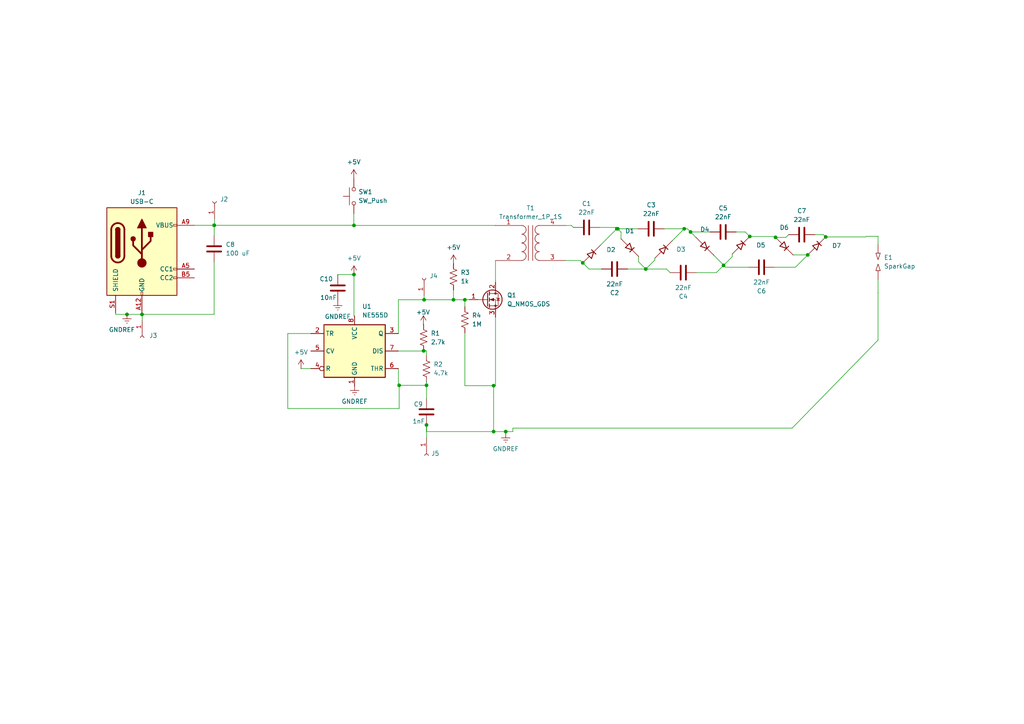
<source format=kicad_sch>
(kicad_sch (version 20231120) (generator "eeschema") (generator_version "8.0")
  (paper "A4")
  (lib_symbols
    (symbol "Connector:Conn_01x01_Socket" (pin_names (offset 1.016) hide)
      (property "Reference" "J" (at 0 2.54 0))
      (property "Value" "Conn_01x01_Socket" (at 0 -2.54 0))
      (symbol "Conn_01x01_Socket_1_1"
        (polyline (pts (xy -1.27 0) (xy -0.508 0)) (stroke (width 0.1524)))
        (arc (start 0 0.508) (mid -0.5058 0) (end 0 -0.508) (stroke (width 0.1524)))
        (pin passive line (at -5.08 0 0) (length 3.81) (name "Pin_1") (number "1"))
      )
    )
    (symbol "Connector:USB_C_Receptacle_PowerOnly_6P" (pin_names (offset 1.016))
      (property "Reference" "J" (at 0 16.51 0))
      (property "Value" "USB_C_Receptacle_PowerOnly_6P" (at 0 13.97 0))
      (symbol "USB_C_Receptacle_PowerOnly_6P_0_0"
        (rectangle (start -0.254 -12.7) (end 0.254 -11.684))
        (rectangle (start 10.16 -7.366) (end 9.144 -7.874))
        (rectangle (start 10.16 -4.826) (end 9.144 -5.334))
        (rectangle (start 10.16 7.874) (end 9.144 7.366))
      )
      (symbol "USB_C_Receptacle_PowerOnly_6P_0_1"
        (rectangle (start -10.16 12.7) (end 10.16 -12.7) (stroke (width 0.254)) (fill (type background)))
        (arc (start -8.89 -1.27) (mid -6.985 -3.1667) (end -5.08 -1.27) (stroke (width 0.508)))
        (arc (start -7.62 -1.27) (mid -6.985 -1.9023) (end -6.35 -1.27) (stroke (width 0.254)))
        (arc (start -7.62 -1.27) (mid -6.985 -1.9023) (end -6.35 -1.27) (stroke (width 0.254)) (fill (type outline)))
        (rectangle (start -7.62 -1.27) (end -6.35 6.35) (stroke (width 0.254)) (fill (type outline)))
        (arc (start -6.35 6.35) (mid -6.985 6.9823) (end -7.62 6.35) (stroke (width 0.254)))
        (arc (start -6.35 6.35) (mid -6.985 6.9823) (end -7.62 6.35) (stroke (width 0.254)) (fill (type outline)))
        (arc (start -5.08 6.35) (mid -6.985 8.2467) (end -8.89 6.35) (stroke (width 0.508)))
        (circle (center -2.54 3.683) (radius 0.635) (stroke (width 0.254)) (fill (type outline)))
        (circle (center 0 -3.302) (radius 1.27) (fill (type outline)))
        (polyline (pts (xy -8.89 -1.27) (xy -8.89 6.35)) (stroke (width 0.508)))
        (polyline (pts (xy -5.08 6.35) (xy -5.08 -1.27)) (stroke (width 0.508)))
        (polyline (pts (xy 0 -3.302) (xy 0 6.858)) (stroke (width 0.508)))
        (polyline (pts (xy 0 -0.762) (xy -2.54 1.778) (xy -2.54 3.048)) (stroke (width 0.508)))
        (polyline (pts (xy 0 0.508) (xy 2.54 3.048) (xy 2.54 4.318)) (stroke (width 0.508)))
        (polyline (pts (xy -1.27 6.858) (xy 0 9.398) (xy 1.27 6.858) (xy -1.27 6.858)) (stroke (width 0.254)) (fill (type outline)))
        (rectangle (start 1.905 4.318) (end 3.175 5.588) (stroke (width 0.254)) (fill (type outline)))
      )
      (symbol "USB_C_Receptacle_PowerOnly_6P_1_1"
        (pin passive line (at 0 -17.78 90) (length 5.08) (name "GND") (number "A12"))
        (pin bidirectional line (at 15.24 -5.08 180) (length 5.08) (name "CC1") (number "A5"))
        (pin passive line (at 15.24 7.62 180) (length 5.08) (name "VBUS") (number "A9"))
        (pin passive line (at 0 -17.78 90) (length 5.08) hide (name "GND") (number "B12"))
        (pin bidirectional line (at 15.24 -7.62 180) (length 5.08) (name "CC2") (number "B5"))
        (pin passive line (at 15.24 7.62 180) (length 5.08) hide (name "VBUS") (number "B9"))
        (pin passive line (at -7.62 -17.78 90) (length 5.08) (name "SHIELD") (number "S1"))
      )
    )
    (symbol "Device:C" (pin_numbers hide) (pin_names (offset 0.254))
      (property "Reference" "C" (at 0.635 2.54 0))
      (property "Value" "C" (at 0.635 -2.54 0))
      (symbol "C_0_1"
        (polyline (pts (xy -2.032 -0.762) (xy 2.032 -0.762)) (stroke (width 0.508)))
        (polyline (pts (xy -2.032 0.762) (xy 2.032 0.762)) (stroke (width 0.508)))
      )
      (symbol "C_1_1"
        (pin passive line (at 0 3.81 270) (length 2.794) (name "~") (number "1"))
        (pin passive line (at 0 -3.81 90) (length 2.794) (name "~") (number "2"))
      )
    )
    (symbol "Device:D_45deg" (pin_numbers hide) (pin_names (offset 0) hide)
      (property "Reference" "D" (at 1.27 2.54 0))
      (property "Value" "D_45deg" (at 1.27 0 0))
      (symbol "D_45deg_0_1"
        (polyline (pts (xy -0.635 0.635) (xy -2.54 2.54)))
        (polyline (pts (xy 0 -1.27) (xy 1.27 0)) (stroke (width 0.254)))
        (polyline (pts (xy 2.54 -2.54) (xy 0.635 -0.635)))
        (polyline (pts (xy -1.27 0) (xy 0 1.27) (xy 0.635 -0.635) (xy -1.27 0)) (stroke (width 0.254)))
      )
      (symbol "D_45deg_1_1"
        (pin passive line (at 2.54 -2.54 180) (length 0) (name "K") (number "1"))
        (pin passive line (at -2.54 2.54 0) (length 0) (name "A") (number "2"))
      )
    )
    (symbol "Device:Q_NMOS_GDS" (pin_names (offset 0) hide)
      (property "Reference" "Q" (at 5.08 1.27 0))
      (property "Value" "Q_NMOS_GDS" (at 5.08 -1.27 0))
      (symbol "Q_NMOS_GDS_0_1"
        (polyline (pts (xy 0.254 0) (xy -2.54 0)))
        (polyline (pts (xy 0.254 1.905) (xy 0.254 -1.905)) (stroke (width 0.254)))
        (polyline (pts (xy 0.762 -1.27) (xy 0.762 -2.286)) (stroke (width 0.254)))
        (polyline (pts (xy 0.762 0.508) (xy 0.762 -0.508)) (stroke (width 0.254)))
        (polyline (pts (xy 0.762 2.286) (xy 0.762 1.27)) (stroke (width 0.254)))
        (polyline (pts (xy 2.54 2.54) (xy 2.54 1.778)))
        (polyline (pts (xy 2.54 -2.54) (xy 2.54 0) (xy 0.762 0)))
        (polyline (pts (xy 0.762 -1.778) (xy 3.302 -1.778) (xy 3.302 1.778) (xy 0.762 1.778)))
        (polyline (pts (xy 1.016 0) (xy 2.032 0.381) (xy 2.032 -0.381) (xy 1.016 0)) (fill (type outline)))
        (polyline (pts (xy 2.794 0.508) (xy 2.921 0.381) (xy 3.683 0.381) (xy 3.81 0.254)))
        (polyline (pts (xy 3.302 0.381) (xy 2.921 -0.254) (xy 3.683 -0.254) (xy 3.302 0.381)))
        (circle (center 1.651 0) (radius 2.794) (stroke (width 0.254)))
        (circle (center 2.54 -1.778) (radius 0.254) (fill (type outline)))
        (circle (center 2.54 1.778) (radius 0.254) (fill (type outline)))
      )
      (symbol "Q_NMOS_GDS_1_1"
        (pin input line (at -5.08 0 0) (length 2.54) (name "G") (number "1"))
        (pin passive line (at 2.54 5.08 270) (length 2.54) (name "D") (number "2"))
        (pin passive line (at 2.54 -5.08 90) (length 2.54) (name "S") (number "3"))
      )
    )
    (symbol "Device:R_US" (pin_numbers hide) (pin_names (offset 0))
      (property "Reference" "R" (at 2.54 0 90))
      (property "Value" "R_US" (at -2.54 0 90))
      (symbol "R_US_0_1"
        (polyline (pts (xy 0 -2.286) (xy 0 -2.54)))
        (polyline (pts (xy 0 2.286) (xy 0 2.54)))
        (polyline (pts (xy 0 -0.762) (xy 1.016 -1.143) (xy 0 -1.524) (xy -1.016 -1.905) (xy 0 -2.286)))
        (polyline (pts (xy 0 0.762) (xy 1.016 0.381) (xy 0 0) (xy -1.016 -0.381) (xy 0 -0.762)))
        (polyline (pts (xy 0 2.286) (xy 1.016 1.905) (xy 0 1.524) (xy -1.016 1.143) (xy 0 0.762)))
      )
      (symbol "R_US_1_1"
        (pin passive line (at 0 3.81 270) (length 1.27) (name "~") (number "1"))
        (pin passive line (at 0 -3.81 90) (length 1.27) (name "~") (number "2"))
      )
    )
    (symbol "Device:SparkGap" (pin_numbers hide) (pin_names (offset 0))
      (property "Reference" "E" (at 0 2.032 0))
      (property "Value" "SparkGap" (at 0 -1.905 0))
      (symbol "SparkGap_0_1"
        (polyline (pts (xy -2.54 0.635) (xy -2.54 -0.635) (xy -0.635 0) (xy -2.54 0.635)))
        (polyline (pts (xy 2.54 0.635) (xy 2.54 -0.635) (xy 0.635 0) (xy 2.54 0.635)))
      )
      (symbol "SparkGap_1_1"
        (pin passive line (at -5.08 0 0) (length 2.54) (name "~") (number "1"))
        (pin passive line (at 5.08 0 180) (length 2.54) (name "~") (number "2"))
      )
    )
    (symbol "Device:Transformer_1P_1S" (pin_names (offset 1.016) hide)
      (property "Reference" "T" (at 0 6.35 0))
      (property "Value" "Transformer_1P_1S" (at 0 -7.62 0))
      (symbol "Transformer_1P_1S_0_1"
        (arc (start -2.54 -5.0546) (mid -1.6599 -4.6901) (end -1.27 -3.81))
        (arc (start -2.54 -2.5146) (mid -1.6599 -2.1501) (end -1.27 -1.27))
        (arc (start -2.54 0.0254) (mid -1.6599 0.3899) (end -1.27 1.27))
        (arc (start -2.54 2.5654) (mid -1.6599 2.9299) (end -1.27 3.81))
        (arc (start -1.27 -3.81) (mid -1.642 -2.912) (end -2.54 -2.54))
        (arc (start -1.27 -1.27) (mid -1.642 -0.372) (end -2.54 0))
        (arc (start -1.27 1.27) (mid -1.642 2.168) (end -2.54 2.54))
        (arc (start -1.27 3.81) (mid -1.642 4.708) (end -2.54 5.08))
        (polyline (pts (xy -0.635 5.08) (xy -0.635 -5.08)))
        (polyline (pts (xy 0.635 -5.08) (xy 0.635 5.08)))
        (arc (start 1.2954 -1.27) (mid 1.6599 -2.1501) (end 2.54 -2.5146))
        (arc (start 1.2954 1.27) (mid 1.6599 0.3899) (end 2.54 0.0254))
        (arc (start 1.2954 3.81) (mid 1.6599 2.9299) (end 2.54 2.5654))
        (arc (start 1.3208 -3.81) (mid 1.6853 -4.6901) (end 2.5654 -5.0546))
        (arc (start 2.54 0) (mid 1.642 -0.372) (end 1.2954 -1.27))
        (arc (start 2.54 2.54) (mid 1.642 2.168) (end 1.2954 1.27))
        (arc (start 2.54 5.08) (mid 1.642 4.708) (end 1.2954 3.81))
        (arc (start 2.5654 -2.54) (mid 1.6674 -2.912) (end 1.3208 -3.81))
      )
      (symbol "Transformer_1P_1S_1_1"
        (pin passive line (at -10.16 5.08 0) (length 7.62) (name "AA") (number "1"))
        (pin passive line (at -10.16 -5.08 0) (length 7.62) (name "AB") (number "2"))
        (pin passive line (at 10.16 -5.08 180) (length 7.62) (name "SA") (number "3"))
        (pin passive line (at 10.16 5.08 180) (length 7.62) (name "SB") (number "4"))
      )
    )
    (symbol "Switch:SW_Push" (pin_numbers hide) (pin_names (offset 1.016) hide)
      (property "Reference" "SW" (at 1.27 2.54 0))
      (property "Value" "SW_Push" (at 0 -1.524 0))
      (symbol "SW_Push_0_1"
        (circle (center -2.032 0) (radius 0.508))
        (polyline (pts (xy 0 1.27) (xy 0 3.048)))
        (polyline (pts (xy 2.54 1.27) (xy -2.54 1.27)))
        (circle (center 2.032 0) (radius 0.508))
        (pin passive line (at -5.08 0 0) (length 2.54) (name "1") (number "1"))
        (pin passive line (at 5.08 0 180) (length 2.54) (name "2") (number "2"))
      )
    )
    (symbol "Timer:NE555D"
      (property "Reference" "U" (at -10.16 8.89 0))
      (property "Value" "NE555D" (at 2.54 8.89 0))
      (symbol "NE555D_0_0"
        (pin power_in line (at 0 -10.16 90) (length 2.54) (name "GND") (number "1"))
        (pin power_in line (at 0 10.16 270) (length 2.54) (name "VCC") (number "8"))
      )
      (symbol "NE555D_0_1"
        (rectangle (start -8.89 -7.62) (end 8.89 7.62) (stroke (width 0.254)) (fill (type background)))
        (rectangle (start -8.89 -7.62) (end 8.89 7.62) (stroke (width 0.254)) (fill (type background)))
      )
      (symbol "NE555D_1_1"
        (pin input line (at -12.7 5.08 0) (length 3.81) (name "TR") (number "2"))
        (pin output line (at 12.7 5.08 180) (length 3.81) (name "Q") (number "3"))
        (pin input inverted (at -12.7 -5.08 0) (length 3.81) (name "R") (number "4"))
        (pin input line (at -12.7 0 0) (length 3.81) (name "CV") (number "5"))
        (pin input line (at 12.7 -5.08 180) (length 3.81) (name "THR") (number "6"))
        (pin input line (at 12.7 0 180) (length 3.81) (name "DIS") (number "7"))
      )
    )
    (symbol "power:+5V" (power) (pin_numbers hide) (pin_names (offset 0) hide)
      (property "Value" "+5V" (at 0 3.556 0))
      (symbol "+5V_0_1"
        (polyline (pts (xy -0.762 1.27) (xy 0 2.54)))
        (polyline (pts (xy 0 0) (xy 0 2.54)))
        (polyline (pts (xy 0 2.54) (xy 0.762 1.27)))
      )
      (symbol "+5V_1_1"
        (pin power_in line (at 0 0 90) (length 0) (name "~") (number "1"))
      )
    )
    (symbol "power:GNDREF" (power) (pin_numbers hide) (pin_names (offset 0) hide)
      (property "Value" "GNDREF" (at 0 -3.81 0))
      (symbol "GNDREF_0_1"
        (polyline (pts (xy -0.635 -1.905) (xy 0.635 -1.905)))
        (polyline (pts (xy -0.127 -2.54) (xy 0.127 -2.54)))
        (polyline (pts (xy 0 -1.27) (xy 0 0)))
        (polyline (pts (xy 1.27 -1.27) (xy -1.27 -1.27)))
      )
      (symbol "GNDREF_1_1"
        (pin power_in line (at 0 0 270) (length 0) (name "~") (number "1"))
      )
    )
  )
  (junction (at 131.5222 86.9475))
  (junction (at 143.1618 111.8627))
  (junction (at 123.0128 86.9475))
  (junction (at 209.8561 76.9819))
  (junction (at 239.4905 68.721))
  (junction (at 41.1894 91.1839))
  (junction (at 146.6869 125.1764))
  (junction (at 217.4614 68.5899))
  (junction (at 102.6637 65.3844))
  (junction (at 169.0274 76.2438))
  (junction (at 200.2838 67.2786))
  (junction (at 234.2793 73.9322))
  (junction (at 224.9355 68.8522))
  (junction (at 178.9104 66.3608))
  (junction (at 143.1618 125.1764))
  (junction (at 102.6637 79.6341))
  (junction (at 179.1727 66.3608))
  (junction (at 122.8734 101.7653))
  (junction (at 123.7035 111.7592))
  (junction (at 62.1265 65.3395))
  (junction (at 62.1265 65.3375))
  (junction (at 123.7035 123.2571))
  (junction (at 134.8295 86.9475))
  (junction (at 198.4481 66.3608))
  (junction (at 115.7748 111.7592))
  (junction (at 187.3025 78.0309))
  (junction (at 36.8288 91.1839))
  (wire (pts (xy 102.6154 51.725) (xy 102.6154 51.8439)))
  (wire (pts (xy 143.7215 111.8627) (xy 143.1618 111.8627)))
  (wire (pts (xy 123.0128 85.7488) (xy 123.0128 86.9475)))
  (wire (pts (xy 180.1245 69.2794) (xy 180.1245 67.3126)))
  (wire (pts (xy 123.7135 127.0713) (xy 123.7135 123.2571)))
  (wire (pts (xy 33.536 90.7375) (xy 33.536 91.1839)))
  (wire (pts (xy 134.8387 86.903) (xy 134.8387 86.9475)))
  (wire (pts (xy 123.6911 101.7653) (xy 122.8734 101.7653)))
  (wire (pts (xy 254.6726 68.5428) (xy 254.6726 70.8777)))
  (wire (pts (xy 123.6911 103.138) (xy 123.6911 101.7653)))
  (wire (pts (xy 83.4668 118.4844) (xy 115.7748 118.4844)))
  (wire (pts (xy 102.6637 65.3375) (xy 102.6637 65.3844)))
  (wire (pts (xy 122.8734 101.8181) (xy 122.8734 101.7653)))
  (wire (pts (xy 174.4448 78.0309) (xy 170.8145 78.0309)))
  (wire (pts (xy 209.8561 76.8509) (xy 206.9713 73.9661)))
  (wire (pts (xy 143.1618 125.1764) (xy 146.6869 125.1764)))
  (wire (pts (xy 41.241 92.8803) (xy 41.241 91.0965)))
  (wire (pts (xy 134.8295 86.9475) (xy 134.8295 88.9317)))
  (wire (pts (xy 134.8295 96.5517) (xy 134.8295 111.8627)))
  (wire (pts (xy 173.935 65.9674) (xy 178.517 65.9674)))
  (wire (pts (xy 251.2623 68.5428) (xy 254.6726 68.5428)))
  (wire (pts (xy 143.7126 75.5599) (xy 143.7126 81.2722)))
  (wire (pts (xy 33.536 91.1839) (xy 36.8288 91.1839)))
  (wire (pts (xy 178.9104 66.3608) (xy 179.1727 66.3608)))
  (wire (pts (xy 146.6869 125.7307) (xy 146.6869 125.1764)))
  (wire (pts (xy 102.6154 51.8439) (xy 102.6208 51.8439)))
  (wire (pts (xy 187.3025 78.0309) (xy 193.3269 78.0309)))
  (wire (pts (xy 134.8387 86.903) (xy 136.1015 86.903)))
  (wire (pts (xy 97.9713 79.6341) (xy 97.9713 79.7359)))
  (wire (pts (xy 238.8349 68.0654) (xy 239.4905 68.721)))
  (wire (pts (xy 143.7215 91.983) (xy 143.7215 111.8627)))
  (wire (pts (xy 189.925 75.4084) (xy 187.3025 78.0309)))
  (wire (pts (xy 209.8561 76.8509) (xy 209.8561 76.9819)))
  (wire (pts (xy 123.6911 110.758) (xy 123.6911 110.8172)))
  (wire (pts (xy 164.0326 75.5599) (xy 168.3435 75.5599)))
  (wire (pts (xy 62.104 68.3769) (xy 62.1265 68.3769)))
  (wire (pts (xy 148.7544 125.1764) (xy 146.6869 125.1764)))
  (wire (pts (xy 143.2728 111.9247) (xy 143.1618 111.9247)))
  (wire (pts (xy 134.8295 111.8627) (xy 143.1618 111.8627)))
  (wire (pts (xy 193.3269 78.0309) (xy 194.3759 79.0799)))
  (wire (pts (xy 199.366 66.3608) (xy 200.2838 67.2786)))
  (wire (pts (xy 62.23 63.5) (xy 62.23 65.3395)))
  (wire (pts (xy 195.005 69.8039) (xy 198.4481 66.3608)))
  (wire (pts (xy 148.7544 124.1736) (xy 148.7544 125.1764)))
  (wire (pts (xy 210.3806 77.5064) (xy 209.8561 76.9819)))
  (wire (pts (xy 168.3435 75.5599) (xy 169.0274 76.2438)))
  (wire (pts (xy 213.5423 67.2786) (xy 216.1501 67.2786)))
  (wire (pts (xy 122.8734 94.1453) (xy 122.8129 94.1453)))
  (wire (pts (xy 123.6911 110.8172) (xy 123.7035 110.8172)))
  (wire (pts (xy 115.7748 111.7592) (xy 123.7035 111.7592)))
  (wire (pts (xy 115.5473 86.9475) (xy 123.0128 86.9475)))
  (wire (pts (xy 180.1245 67.3126) (xy 179.1727 66.3608)))
  (wire (pts (xy 178.517 65.9674) (xy 178.9104 66.3608)))
  (wire (pts (xy 41.1894 91.1839) (xy 62.104 91.1839)))
  (wire (pts (xy 179.1727 66.3608) (xy 185.066 66.3608)))
  (wire (pts (xy 224.6732 68.5899) (xy 224.9355 68.8522)))
  (wire (pts (xy 115.5473 101.8181) (xy 122.8734 101.8181)))
  (wire (pts (xy 254.665 84.9545) (xy 254.665 98.636)))
  (wire (pts (xy 102.6208 65.3844) (xy 102.6637 65.3844)))
  (wire (pts (xy 134.8295 86.9475) (xy 134.8387 86.9475)))
  (wire (pts (xy 36.8288 91.1839) (xy 41.1894 91.1839)))
  (wire (pts (xy 123.7135 123.2571) (xy 123.7035 123.2571)))
  (wire (pts (xy 123.7035 125.1764) (xy 143.1618 125.1764)))
  (wire (pts (xy 41.1894 90.7375) (xy 41.1894 91.1839)))
  (wire (pts (xy 123.7035 110.8172) (xy 123.7035 111.7592)))
  (wire (pts (xy 62.104 75.9969) (xy 62.104 91.1839)))
  (wire (pts (xy 189.925 74.8839) (xy 189.925 75.4084)))
  (wire (pts (xy 217.4614 68.5899) (xy 224.6732 68.5899)))
  (wire (pts (xy 102.6637 79.6341) (xy 102.6637 91.6581)))
  (wire (pts (xy 230.0155 73.9322) (xy 234.2793 73.9322)))
  (wire (pts (xy 143.7126 81.2722) (xy 143.7215 81.823)))
  (wire (pts (xy 97.9713 79.7359) (xy 97.9701 79.7359)))
  (wire (pts (xy 185.2045 74.3594) (xy 185.2045 75.9329)))
  (wire (pts (xy 62.23 65.3395) (xy 62.1265 65.3395)))
  (wire (pts (xy 230.7051 77.5064) (xy 234.2793 73.9322)))
  (wire (pts (xy 41.1894 91.0965) (xy 41.241 91.0965)))
  (wire (pts (xy 97.9713 79.6341) (xy 102.6637 79.6341)))
  (wire (pts (xy 90.1473 96.7381) (xy 83.4668 96.7381)))
  (wire (pts (xy 229.7623 124.1736) (xy 254.665 98.636)))
  (wire (pts (xy 131.5222 86.9475) (xy 134.8295 86.9475)))
  (wire (pts (xy 148.7544 124.1736) (xy 229.7623 124.1736)))
  (wire (pts (xy 224.9355 68.8522) (xy 227.944 68.8522)))
  (wire (pts (xy 131.5222 84.1157) (xy 131.5222 86.9475)))
  (wire (pts (xy 236.3508 68.0654) (xy 238.8349 68.0654)))
  (wire (pts (xy 62.1265 65.3395) (xy 62.1265 65.3375)))
  (wire (pts (xy 216.1501 67.2786) (xy 217.4614 68.5899)))
  (wire (pts (xy 115.5473 106.8981) (xy 115.5473 111.7592)))
  (wire (pts (xy 251.0841 68.721) (xy 251.2623 68.5428)))
  (wire (pts (xy 217.0606 77.5064) (xy 210.3806 77.5064)))
  (wire (pts (xy 212.3814 74.4566) (xy 209.8561 76.9819)))
  (wire (pts (xy 143.7126 65.3999) (xy 143.7126 65.3844)))
  (wire (pts (xy 205.9223 67.2786) (xy 200.2838 67.2786)))
  (wire (pts (xy 182.0648 78.0309) (xy 187.3025 78.0309)))
  (wire (pts (xy 115.5473 111.7592) (xy 115.7748 111.7592)))
  (wire (pts (xy 192.686 66.3608) (xy 198.4481 66.3608)))
  (wire (pts (xy 87.3086 106.8981) (xy 90.1473 106.8981)))
  (wire (pts (xy 212.3814 73.6699) (xy 212.3814 74.4566)))
  (wire (pts (xy 83.4668 96.7381) (xy 83.4668 118.4844)))
  (wire (pts (xy 102.6637 65.3844) (xy 143.7126 65.3844)))
  (wire (pts (xy 115.5473 96.7381) (xy 115.5473 86.9475)))
  (wire (pts (xy 102.6637 91.6581) (xy 102.8473 91.6581)))
  (wire (pts (xy 123.7035 123.2571) (xy 123.7035 125.1764)))
  (wire (pts (xy 62.1265 65.3375) (xy 102.6637 65.3375)))
  (wire (pts (xy 143.1618 111.8627) (xy 143.1618 125.1764)))
  (wire (pts (xy 239.4905 68.721) (xy 251.0841 68.721)))
  (wire (pts (xy 115.7748 118.4844) (xy 115.7748 111.7592)))
  (wire (pts (xy 185.2045 75.9329) (xy 187.3025 78.0309)))
  (wire (pts (xy 227.944 68.8522) (xy 228.7308 68.0654)))
  (wire (pts (xy 123.7035 111.7592) (xy 123.7035 115.6371)))
  (wire (pts (xy 169.0274 76.2438) (xy 170.8145 78.0309)))
  (wire (pts (xy 41.1894 90.7375) (xy 41.156 90.7375)))
  (wire (pts (xy 207.7581 79.0799) (xy 209.8561 76.9819)))
  (wire (pts (xy 123.0128 86.9475) (xy 131.5222 86.9475)))
  (wire (pts (xy 164.0326 65.3999) (xy 165.7475 65.3999)))
  (wire (pts (xy 234.2793 73.9322) (xy 234.4105 73.801)))
  (wire (pts (xy 201.9959 79.0799) (xy 207.7581 79.0799)))
  (wire (pts (xy 224.6806 77.5064) (xy 230.7051 77.5064)))
  (wire (pts (xy 102.6208 65.3844) (xy 102.6208 62.0039)))
  (wire (pts (xy 174.1074 71.1638) (xy 178.9104 66.3608)))
  (wire (pts (xy 165.7475 65.3999) (xy 166.315 65.9674)))
  (wire (pts (xy 198.4481 66.3608) (xy 199.366 66.3608)))
  (wire (pts (xy 254.6726 81.0377) (xy 254.6726 84.9545)))
  (wire (pts (xy 200.2838 67.2786) (xy 201.8913 68.8861)))
  (wire (pts (xy 56.396 65.3375) (xy 62.1265 65.3375)))
  (wire (pts (xy 62.1265 68.3769) (xy 62.1265 65.3395)))
  (wire (pts (xy 254.6726 84.9545) (xy 254.665 84.9545)))
  (symbol (lib_id "Device:D_45deg") (at 192.465 72.3439 90) (unit 1)
    (property "Reference" "D3" (at 196.1678 72.3438 90) (effects (justify right)))
    (property "Value" "D_45deg" (effects (hide yes)))
    (property "Footprint" "Diode_SMD:D_SOD-123F" (effects (hide yes)))
    (property "Datasheet" "https://www.smc-diodes.com/propdf/1N4001FL-1N4007FL%20N1646%20REV.A.pdf" (effects (hide yes)))
    (property "Description" "Diode, rotated by 45°" (effects (hide yes)))
    (property "Sim.Device" "D" (effects (hide yes)))
    (property "Sim.Pins" "1=K 2=A" (effects (hide yes)))
    (property "MPN" "1N4007FL" (effects (hide yes)))
    (property "Manufacturer" "SMC Diode Solutions" (effects (hide yes)))
  )
  (symbol (lib_id "Device:R_US") (at 122.8734 97.9553 0) (unit 1)
    (property "Reference" "R1" (at 124.9337 96.6852 0) (effects (justify left)))
    (property "Value" "2.7k" (at 124.9337 99.2252 0) (effects (justify left)))
    (property "Footprint" "Resistor_SMD:R_0805_2012Metric" (effects (hide yes)))
    (property "Datasheet" "https://www.seielect.com/catalog/sei-rmcf_rmcp.pdf" (effects (hide yes)))
    (property "Description" "Resistor, US symbol" (effects (hide yes)))
    (property "Manufacturer" "Stackpole Electronics Inc" (effects (hide yes)))
    (property "MPN" "RMCF0805FT2K70" (effects (hide yes)))
  )
  (symbol (lib_id "Device:C") (at 220.8706 77.5064 90) (mirror x) (unit 1)
    (property "Reference" "C6" (at 220.8706 84.4083 90))
    (property "Value" "22nF" (at 220.8706 81.8683 90))
    (property "Footprint" "Capacitor_SMD:C_1206_3216Metric" (effects (hide yes)))
    (property "Datasheet" "https://content.kemet.com/datasheets/KEM_C1010_X7R_HV_SMD.pdf" (effects (hide yes)))
    (property "Description" "Unpolarized capacitor" (effects (hide yes)))
    (property "MPN" "C1206C223KDRAC7800" (effects (hide yes)))
    (property "Manufacturer" "KEMET" (effects (hide yes)))
  )
  (symbol (lib_id "Device:C") (at 170.125 65.9674 90) (unit 1)
    (property "Reference" "C1" (at 170.125 59.0655 90))
    (property "Value" "22nF" (at 170.125 61.6055 90))
    (property "Footprint" "Capacitor_SMD:C_1206_3216Metric" (effects (hide yes)))
    (property "Datasheet" "https://content.kemet.com/datasheets/KEM_C1010_X7R_HV_SMD.pdf" (effects (hide yes)))
    (property "Description" "Unpolarized capacitor" (effects (hide yes)))
    (property "MPN" "C1206C223KDRAC7800" (effects (hide yes)))
    (property "Manufacturer" "KEMET" (effects (hide yes)))
  )
  (symbol (lib_id "Switch:SW_Push") (at 102.6208 56.9239 90) (unit 1)
    (property "Reference" "SW1" (at 103.9479 55.6538 90) (effects (justify right)))
    (property "Value" "SW_Push" (at 103.9479 58.1938 90) (effects (justify right)))
    (property "Footprint" "Arc:SW_TL3330AF260QG" (effects (hide yes)))
    (property "Datasheet" "https://configured-product-images.s3.amazonaws.com/Datasheets/TL3330.pdf" (effects (hide yes)))
    (property "Description" "Push button switch, generic, two pins" (effects (hide yes)))
  )
  (symbol (lib_id "Device:C") (at 97.9701 83.5459 0) (mirror x) (unit 1)
    (property "Reference" "C10" (at 94.6259 80.8995 0))
    (property "Value" "10nF" (at 95.2705 86.3144 0))
    (property "Footprint" "Capacitor_SMD:C_0805_2012Metric" (effects (hide yes)))
    (property "Datasheet" "https://content.kemet.com/datasheets/KEM_C1002_X7R_SMD.pdf" (effects (hide yes)))
    (property "Description" "Unpolarized capacitor" (effects (hide yes)))
    (property "Manufacturer" "KEMET" (effects (hide yes)))
    (property "MPN" "C0805C103K5RACTU" (effects (hide yes)))
  )
  (symbol (lib_id "Device:D_45deg") (at 214.9214 71.1299 90) (unit 1)
    (property "Reference" "D5" (at 219.3387 71.1298 90) (effects (justify right)))
    (property "Value" "D_45deg" (effects (hide yes)))
    (property "Footprint" "Diode_SMD:D_SOD-123F" (effects (hide yes)))
    (property "Datasheet" "https://www.smc-diodes.com/propdf/1N4001FL-1N4007FL%20N1646%20REV.A.pdf" (effects (hide yes)))
    (property "Description" "Diode, rotated by 45°" (effects (hide yes)))
    (property "Sim.Device" "D" (effects (hide yes)))
    (property "Sim.Pins" "1=K 2=A" (effects (hide yes)))
    (property "MPN" "1N4007FL" (effects (hide yes)))
    (property "Manufacturer" "SMC Diode Solutions" (effects (hide yes)))
  )
  (symbol (lib_id "Device:C") (at 178.2548 78.0309 90) (mirror x) (unit 1)
    (property "Reference" "C2" (at 178.2548 84.9328 90))
    (property "Value" "22nF" (at 178.2548 82.3928 90))
    (property "Footprint" "Capacitor_SMD:C_1206_3216Metric" (effects (hide yes)))
    (property "Datasheet" "https://content.kemet.com/datasheets/KEM_C1010_X7R_HV_SMD.pdf" (effects (hide yes)))
    (property "Description" "Unpolarized capacitor" (effects (hide yes)))
    (property "MPN" "C1206C223KDRAC7800" (effects (hide yes)))
    (property "Manufacturer" "KEMET" (effects (hide yes)))
  )
  (symbol (lib_id "Device:SparkGap") (at 254.6726 75.9577 270) (unit 1)
    (property "Reference" "E1" (at 256.3863 74.6876 90) (effects (justify left)))
    (property "Value" "SparkGap" (at 256.3863 77.2276 90) (effects (justify left)))
    (property "Footprint" "Arc:Spark Gap" (effects (hide yes)))
    (property "Description" "Spark gap" (effects (hide yes)))
  )
  (symbol (lib_id "power:+5V") (at 131.5222 76.4957 0) (unit 1)
    (property "Reference" "#PWR07" (effects (hide yes)))
    (property "Value" "+5V" (at 131.5222 71.7607 0))
    (property "Description" "Power symbol creates a global label with name \"+5V\"" (effects (hide yes)))
  )
  (symbol (lib_id "Connector:Conn_01x01_Socket") (at 123.7135 132.1513 270) (unit 1)
    (property "Reference" "J5" (at 125.0548 131.5162 90) (effects (justify left)))
    (property "Value" "Conn_01x01_Socket" (effects (hide yes)))
    (property "Footprint" "Arc:5mm pad" (effects (hide yes)))
    (property "Description" "Generic connector, single row, 01x01, script generated" (effects (hide yes)))
  )
  (symbol (lib_id "Device:C") (at 209.7323 67.2786 90) (unit 1)
    (property "Reference" "C5" (at 209.7323 60.3767 90))
    (property "Value" "22nF" (at 209.7323 62.9167 90))
    (property "Footprint" "Capacitor_SMD:C_1206_3216Metric" (effects (hide yes)))
    (property "Datasheet" "https://content.kemet.com/datasheets/KEM_C1010_X7R_HV_SMD.pdf" (effects (hide yes)))
    (property "Description" "Unpolarized capacitor" (effects (hide yes)))
    (property "MPN" "C1206C223KDRAC7800" (effects (hide yes)))
    (property "Manufacturer" "KEMET" (effects (hide yes)))
  )
  (symbol (lib_id "Device:Transformer_1P_1S") (at 153.8726 70.4799 0) (unit 1)
    (property "Reference" "T1" (at 153.8853 60.3355 0))
    (property "Value" "Transformer_1P_1S" (at 153.8853 62.8755 0))
    (property "Footprint" "Arc:53100C" (effects (hide yes)))
    (property "Datasheet" "www.murata.com/products/productdata/8816045654046/kmp-5300c.pdf" (effects (hide yes)))
    (property "Description" "Transformer, single primary, single secondary" (effects (hide yes)))
    (property "Manufacturer" "Murata Power Solutions Inc." (effects (hide yes)))
    (property "MPN" "53100C" (effects (hide yes)))
  )
  (symbol (lib_id "Device:D_45deg") (at 171.5674 73.7038 90) (unit 1)
    (property "Reference" "D2" (at 175.8625 72.4337 90) (effects (justify right)))
    (property "Value" "D_45deg" (effects (hide yes)))
    (property "Footprint" "Diode_SMD:D_SOD-123F" (effects (hide yes)))
    (property "Datasheet" "https://www.smc-diodes.com/propdf/1N4001FL-1N4007FL%20N1646%20REV.A.pdf" (effects (hide yes)))
    (property "Description" "Diode, rotated by 45°" (effects (hide yes)))
    (property "Sim.Device" "D" (effects (hide yes)))
    (property "Sim.Pins" "1=K 2=A" (effects (hide yes)))
    (property "MPN" "1N4007FL" (effects (hide yes)))
    (property "Manufacturer" "SMC Diode Solutions" (effects (hide yes)))
  )
  (symbol (lib_id "Connector:Conn_01x01_Socket") (at 41.241 97.9603 270) (unit 1)
    (property "Reference" "J3" (at 43.261 97.3252 90) (effects (justify left)))
    (property "Value" "Conn_01x01_Socket" (effects (hide yes)))
    (property "Footprint" "Arc:5mm pad" (effects (hide yes)))
    (property "Description" "Generic connector, single row, 01x01, script generated" (effects (hide yes)))
  )
  (symbol (lib_id "Device:C") (at 123.7035 119.4471 0) (mirror x) (unit 1)
    (property "Reference" "C9" (at 121.3316 117.2295 0))
    (property "Value" "1nF" (at 121.4385 122.202 0))
    (property "Footprint" "Capacitor_SMD:C_0805_2012Metric" (effects (hide yes)))
    (property "Datasheet" "https://datasheets.kyocera-avx.com/C0GNP0-KGM.pdf" (effects (hide yes)))
    (property "Description" "Unpolarized capacitor" (effects (hide yes)))
    (property "Manufacturer" "KYOCERA AVX" (effects (hide yes)))
    (property "MPN" "KGM21BCG1H102FT" (effects (hide yes)))
  )
  (symbol (lib_id "Device:D_45deg") (at 204.4313 71.4261 0) (unit 1)
    (property "Reference" "D4" (at 204.4313 66.5471 0))
    (property "Value" "D_45deg" (effects (hide yes)))
    (property "Footprint" "Diode_SMD:D_SOD-123F" (effects (hide yes)))
    (property "Datasheet" "https://www.smc-diodes.com/propdf/1N4001FL-1N4007FL%20N1646%20REV.A.pdf" (effects (hide yes)))
    (property "Description" "Diode, rotated by 45°" (effects (hide yes)))
    (property "Sim.Device" "D" (effects (hide yes)))
    (property "Sim.Pins" "1=K 2=A" (effects (hide yes)))
    (property "MPN" "1N4007FL" (effects (hide yes)))
    (property "Manufacturer" "SMC Diode Solutions" (effects (hide yes)))
  )
  (symbol (lib_id "Device:Q_NMOS_GDS") (at 141.1815 86.903 0) (unit 1)
    (property "Reference" "Q1" (at 147.0533 85.6329 0) (effects (justify left)))
    (property "Value" "Q_NMOS_GDS" (at 147.0533 88.1729 0) (effects (justify left)))
    (property "Footprint" "Package_TO_SOT_SMD:LFPAK56" (effects (hide yes)))
    (property "Datasheet" "https://assets.nexperia.com/documents/data-sheet/PSMN1R2-25YLC.pdf" (effects (hide yes)))
    (property "Description" "N-MOSFET transistor, gate/drain/source" (effects (hide yes)))
    (property "Manufacturer" "Nexperia USA Inc." (effects (hide yes)))
    (property "MPN" "PSMN1R2-25YLC,115" (effects (hide yes)))
  )
  (symbol (lib_id "power:+5V") (at 122.8129 94.1453 0) (unit 1)
    (property "Reference" "#PWR08" (effects (hide yes)))
    (property "Value" "+5V" (at 122.7052 90.5718 0))
    (property "Description" "Power symbol creates a global label with name \"+5V\"" (effects (hide yes)))
  )
  (symbol (lib_id "power:+5V") (at 102.6154 51.725 0) (unit 1)
    (property "Reference" "#PWR04" (effects (hide yes)))
    (property "Value" "+5V" (at 102.6154 46.99 0))
    (property "Description" "Power symbol creates a global label with name \"+5V\"" (effects (hide yes)))
  )
  (symbol (lib_id "Timer:NE555D") (at 102.8473 101.8181 0) (unit 1)
    (property "Reference" "U1" (at 105.0414 88.88 0) (effects (justify left)))
    (property "Value" "NE555D" (at 105.0414 91.42 0) (effects (justify left)))
    (property "Footprint" "Package_SO:SOIC-8_3.9x4.9mm_P1.27mm" (effects (hide yes)))
    (property "Datasheet" "http://www.ti.com/lit/ds/symlink/ne555.pdf" (effects (hide yes)))
    (property "Description" "IC OSC SGL TIMER 100KHZ 8-SOIC" (effects (hide yes)))
    (property "MPN" "NE555DR" (effects (hide yes)))
    (property "Manufacturer" "Texas Instruments" (effects (hide yes)))
  )
  (symbol (lib_id "Connector:Conn_01x01_Socket") (at 123.0128 80.6688 90) (unit 1)
    (property "Reference" "J4" (at 124.5899 80.0337 90) (effects (justify right)))
    (property "Value" "Conn_01x01_Socket" (effects (hide yes)))
    (property "Footprint" "Arc:5mm pad" (effects (hide yes)))
    (property "Description" "Generic connector, single row, 01x01, script generated" (effects (hide yes)))
  )
  (symbol (lib_id "Device:C") (at 188.876 66.3608 90) (unit 1)
    (property "Reference" "C3" (at 188.876 59.4589 90))
    (property "Value" "22nF" (at 188.876 61.9989 90))
    (property "Footprint" "Capacitor_SMD:C_1206_3216Metric" (effects (hide yes)))
    (property "Datasheet" "https://content.kemet.com/datasheets/KEM_C1010_X7R_HV_SMD.pdf" (effects (hide yes)))
    (property "Description" "Unpolarized capacitor" (effects (hide yes)))
    (property "MPN" "C1206C223KDRAC7800" (effects (hide yes)))
    (property "Manufacturer" "KEMET" (effects (hide yes)))
  )
  (symbol (lib_id "Connector:USB_C_Receptacle_PowerOnly_6P") (at 41.156 72.9575 0) (unit 1)
    (property "Reference" "J1" (at 41.156 55.9209 0))
    (property "Value" "USB-C" (at 41.156 58.4609 0))
    (property "Footprint" "Arc:GCT_USB4135-GF-A_REVA" (effects (hide yes)))
    (property "Datasheet" "https://gct.co/files/drawings/usb4515.pdf" (effects (hide yes)))
    (property "Description" "USB Power-Only 6P Type-C Receptacle connector" (effects (hide yes)))
    (property "Manufacturer" "GCT" (effects (hide yes)))
    (property "MPN" "USB4515-GF-A" (effects (hide yes)))
  )
  (symbol (lib_id "power:+5V") (at 102.6637 79.6341 0) (unit 1)
    (property "Reference" "#PWR06" (effects (hide yes)))
    (property "Value" "+5V" (at 102.6637 74.8991 0))
    (property "Description" "Power symbol creates a global label with name \"+5V\"" (effects (hide yes)))
  )
  (symbol (lib_id "power:GNDREF") (at 146.6869 125.7307 0) (unit 1)
    (property "Reference" "#PWR01" (effects (hide yes)))
    (property "Value" "GNDREF" (at 146.6869 130.191 0))
    (property "Description" "Power symbol creates a global label with name \"GNDREF\" , reference supply ground" (effects (hide yes)))
  )
  (symbol (lib_id "power:GNDREF") (at 36.8288 91.1839 0) (unit 1)
    (property "Reference" "#PWR02" (effects (hide yes)))
    (property "Value" "GNDREF" (at 35.3504 95.645 0))
    (property "Description" "Power symbol creates a global label with name \"GNDREF\" , reference supply ground" (effects (hide yes)))
  )
  (symbol (lib_id "power:GNDREF") (at 97.9701 87.3559 0) (unit 1)
    (property "Reference" "#PWR03" (effects (hide yes)))
    (property "Value" "GNDREF" (at 97.9701 91.8162 0))
    (property "Description" "Power symbol creates a global label with name \"GNDREF\" , reference supply ground" (effects (hide yes)))
  )
  (symbol (lib_id "Device:C") (at 198.1859 79.0799 90) (mirror x) (unit 1)
    (property "Reference" "C4" (at 198.1859 85.9818 90))
    (property "Value" "22nF" (at 198.1859 83.4418 90))
    (property "Footprint" "Capacitor_SMD:C_1206_3216Metric" (effects (hide yes)))
    (property "Datasheet" "https://content.kemet.com/datasheets/KEM_C1010_X7R_HV_SMD.pdf" (effects (hide yes)))
    (property "Description" "Unpolarized capacitor" (effects (hide yes)))
    (property "MPN" "C1206C223KDRAC7800" (effects (hide yes)))
    (property "Manufacturer" "KEMET" (effects (hide yes)))
  )
  (symbol (lib_id "power:GNDREF") (at 102.8473 111.9781 0) (unit 1)
    (property "Reference" "#PWR09" (effects (hide yes)))
    (property "Value" "GNDREF" (at 102.8473 116.4384 0))
    (property "Description" "Power symbol creates a global label with name \"GNDREF\" , reference supply ground" (effects (hide yes)))
  )
  (symbol (lib_id "Connector:Conn_01x01_Socket") (at 62.23 58.42 90) (unit 1)
    (property "Reference" "J2" (at 63.8071 57.7849 90) (effects (justify right)))
    (property "Value" "Conn_01x01_Socket" (effects (hide yes)))
    (property "Footprint" "Arc:5mm pad" (effects (hide yes)))
    (property "Description" "Generic connector, single row, 01x01, script generated" (effects (hide yes)))
  )
  (symbol (lib_id "Device:D_45deg") (at 236.9505 71.261 90) (unit 1)
    (property "Reference" "D7" (at 241.3147 71.2609 90) (effects (justify right)))
    (property "Value" "D_45deg" (effects (hide yes)))
    (property "Footprint" "Diode_SMD:D_SOD-123F" (effects (hide yes)))
    (property "Datasheet" "https://www.smc-diodes.com/propdf/1N4001FL-1N4007FL%20N1646%20REV.A.pdf" (effects (hide yes)))
    (property "Description" "Diode, rotated by 45°" (effects (hide yes)))
    (property "Sim.Device" "D" (effects (hide yes)))
    (property "Sim.Pins" "1=K 2=A" (effects (hide yes)))
    (property "MPN" "1N4007FL" (effects (hide yes)))
    (property "Manufacturer" "SMC Diode Solutions" (effects (hide yes)))
  )
  (symbol (lib_id "Device:D_45deg") (at 182.6645 71.8194 0) (unit 1)
    (property "Reference" "D1" (at 182.6645 66.9816 0))
    (property "Value" "D_45deg" (effects (hide yes)))
    (property "Footprint" "Diode_SMD:D_SOD-123F" (effects (hide yes)))
    (property "Datasheet" "https://www.smc-diodes.com/propdf/1N4001FL-1N4007FL%20N1646%20REV.A.pdf" (effects (hide yes)))
    (property "Description" "Diode, rotated by 45°" (effects (hide yes)))
    (property "Sim.Device" "D" (effects (hide yes)))
    (property "Sim.Pins" "1=K 2=A" (effects (hide yes)))
    (property "MPN" "1N4007FL" (effects (hide yes)))
    (property "Manufacturer" "SMC Diode Solutions" (effects (hide yes)))
  )
  (symbol (lib_id "Device:R_US") (at 131.5222 80.3057 0) (unit 1)
    (property "Reference" "R3" (at 133.5825 79.0356 0) (effects (justify left)))
    (property "Value" "1k" (at 133.5825 81.5756 0) (effects (justify left)))
    (property "Footprint" "Resistor_SMD:R_0805_2012Metric" (effects (hide yes)))
    (property "Datasheet" "https://www.seielect.com/catalog/sei-rmcf_rmcp.pdf" (effects (hide yes)))
    (property "Description" "Resistor, US symbol" (effects (hide yes)))
    (property "Manufacturer" "Stackpole Electronics Inc" (effects (hide yes)))
    (property "MPN" "RMCF0805FT1K00" (effects (hide yes)))
  )
  (symbol (lib_id "Device:D_45deg") (at 227.4755 71.3922 0) (unit 1)
    (property "Reference" "D6" (at 227.4755 65.9887 0))
    (property "Value" "D_45deg" (effects (hide yes)))
    (property "Footprint" "Diode_SMD:D_SOD-123F" (effects (hide yes)))
    (property "Datasheet" "https://www.smc-diodes.com/propdf/1N4001FL-1N4007FL%20N1646%20REV.A.pdf" (effects (hide yes)))
    (property "Description" "Diode, rotated by 45°" (effects (hide yes)))
    (property "Sim.Device" "D" (effects (hide yes)))
    (property "Sim.Pins" "1=K 2=A" (effects (hide yes)))
    (property "MPN" "1N4007FL" (effects (hide yes)))
    (property "Manufacturer" "SMC Diode Solutions" (effects (hide yes)))
  )
  (symbol (lib_id "Device:R_US") (at 123.6911 106.948 0) (unit 1)
    (property "Reference" "R2" (at 125.7514 105.6779 0) (effects (justify left)))
    (property "Value" "4.7k" (at 125.7514 108.2179 0) (effects (justify left)))
    (property "Footprint" "Resistor_SMD:R_0805_2012Metric" (effects (hide yes)))
    (property "Datasheet" "https://www.seielect.com/catalog/sei-rmcf_rmcp.pdf" (effects (hide yes)))
    (property "Description" "Resistor, US symbol" (effects (hide yes)))
    (property "Manufacturer" "Stackpole Electronics Inc" (effects (hide yes)))
    (property "MPN" "RMCF0805FT4K70" (effects (hide yes)))
  )
  (symbol (lib_id "Device:C") (at 62.104 72.1869 180) (unit 1)
    (property "Reference" "C8" (at 65.4539 70.9168 0) (effects (justify right)))
    (property "Value" "100 uF" (at 65.4539 73.4568 0) (effects (justify right)))
    (property "Footprint" "Capacitor_SMD:C_1206_3216Metric" (effects (hide yes)))
    (property "Datasheet" "https://www.murata.com/en-us/api/pdfdownloadapi?cate=luCeramicCapacitorsSMD&partno=GRM31CD80J107MEA8%23" (effects (hide yes)))
    (property "Description" "Unpolarized capacitor" (effects (hide yes)))
    (property "MPN" "GRM31CD80J107MEA8K" (effects (hide yes)))
    (property "Manufacturer" "Murata Electronics" (effects (hide yes)))
  )
  (symbol (lib_id "Device:C") (at 232.5408 68.0654 90) (unit 1)
    (property "Reference" "C7" (at 232.5408 61.1635 90))
    (property "Value" "22nF" (at 232.5408 63.7035 90))
    (property "Footprint" "Capacitor_SMD:C_1206_3216Metric" (effects (hide yes)))
    (property "Datasheet" "https://content.kemet.com/datasheets/KEM_C1010_X7R_HV_SMD.pdf" (effects (hide yes)))
    (property "Description" "Unpolarized capacitor" (effects (hide yes)))
    (property "MPN" "C1206C223KDRAC7800" (effects (hide yes)))
    (property "Manufacturer" "KEMET" (effects (hide yes)))
  )
  (symbol (lib_id "Device:R_US") (at 134.8295 92.7417 0) (unit 1)
    (property "Reference" "R4" (at 136.8898 91.4716 0) (effects (justify left)))
    (property "Value" "1M" (at 136.8898 94.0116 0) (effects (justify left)))
    (property "Footprint" "Resistor_SMD:R_0805_2012Metric" (effects (hide yes)))
    (property "Datasheet" "https://www.seielect.com/catalog/sei-rmcf_rmcp.pdf" (effects (hide yes)))
    (property "Description" "Resistor, US symbol" (effects (hide yes)))
    (property "Manufacturer" "Stackpole Electronics Inc" (effects (hide yes)))
    (property "MPN" "RMCF0805FT1M00" (effects (hide yes)))
  )
  (symbol (lib_id "power:+5V") (at 87.3086 106.8981 0) (unit 1)
    (property "Reference" "#PWR05" (effects (hide yes)))
    (property "Value" "+5V" (at 87.3086 102.1631 0))
    (property "Description" "Power symbol creates a global label with name \"+5V\"" (effects (hide yes)))
  )
)
</source>
